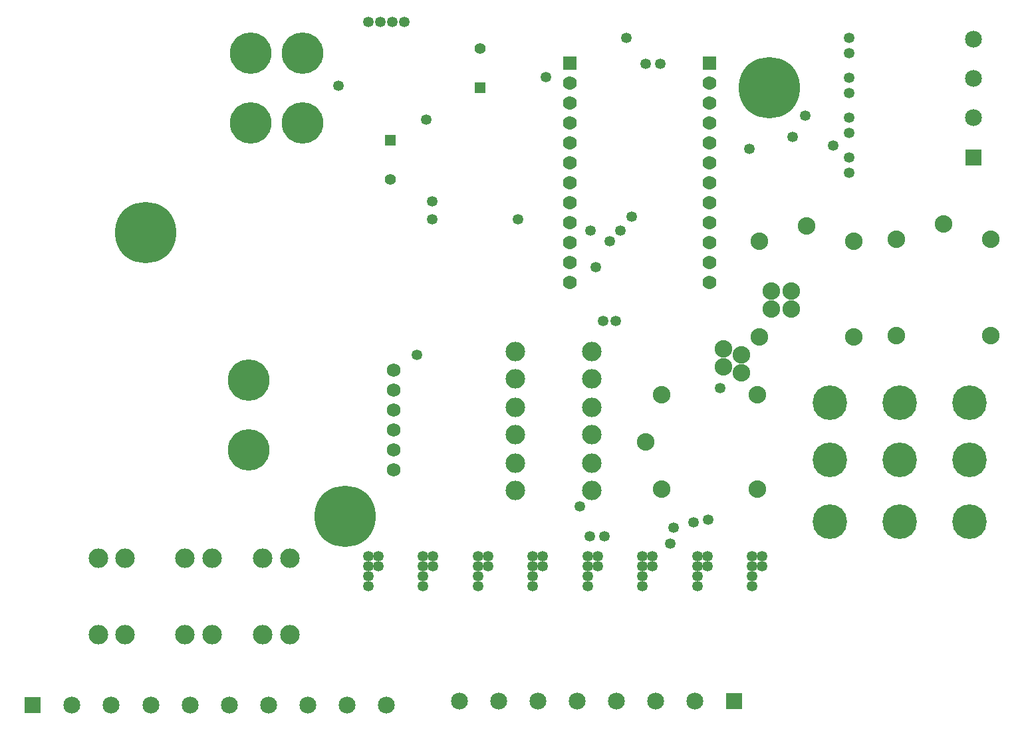
<source format=gbs>
G04*
G04 #@! TF.GenerationSoftware,Altium Limited,Altium Designer,21.6.4 (81)*
G04*
G04 Layer_Color=16711935*
%FSLAX25Y25*%
%MOIN*%
G70*
G04*
G04 #@! TF.SameCoordinates,954FB955-D8E7-4683-B3BB-D37EB7A61878*
G04*
G04*
G04 #@! TF.FilePolarity,Negative*
G04*
G01*
G75*
%ADD44C,0.09800*%
%ADD45C,0.08477*%
%ADD46R,0.08477X0.08477*%
%ADD47R,0.08477X0.08477*%
%ADD48C,0.17300*%
%ADD49C,0.05524*%
%ADD50R,0.05524X0.05524*%
%ADD51C,0.20800*%
%ADD52C,0.08800*%
%ADD53C,0.06800*%
%ADD54C,0.06942*%
%ADD55R,0.06942X0.06942*%
%ADD56C,0.05300*%
%ADD57C,0.30800*%
D44*
X291200Y197700D02*
D03*
Y184300D02*
D03*
X252800Y197700D02*
D03*
Y184300D02*
D03*
X291200Y169700D02*
D03*
Y156300D02*
D03*
X252800Y169700D02*
D03*
Y156300D02*
D03*
X126300Y94200D02*
D03*
X139700D02*
D03*
X126300Y55800D02*
D03*
X139700D02*
D03*
X87300Y94200D02*
D03*
X100700D02*
D03*
X87300Y55800D02*
D03*
X100700D02*
D03*
X43900Y94200D02*
D03*
X57300D02*
D03*
X43900Y55800D02*
D03*
X57300D02*
D03*
X291200Y141700D02*
D03*
Y128300D02*
D03*
X252800Y141700D02*
D03*
Y128300D02*
D03*
D45*
X482500Y354370D02*
D03*
Y334685D02*
D03*
Y315000D02*
D03*
X224675Y22500D02*
D03*
X244360D02*
D03*
X264045D02*
D03*
X283730D02*
D03*
X303415D02*
D03*
X323100D02*
D03*
X342785D02*
D03*
X30620Y20472D02*
D03*
X50305D02*
D03*
X69990D02*
D03*
X89675D02*
D03*
X109360D02*
D03*
X129045D02*
D03*
X148730D02*
D03*
X168415D02*
D03*
X188100D02*
D03*
D46*
X482500Y295315D02*
D03*
D47*
X362470Y22500D02*
D03*
X10935Y20472D02*
D03*
D48*
X480600Y172000D02*
D03*
Y143500D02*
D03*
Y112500D02*
D03*
X445600D02*
D03*
Y143500D02*
D03*
Y172000D02*
D03*
X410600D02*
D03*
Y143500D02*
D03*
Y112500D02*
D03*
D49*
X190000Y284157D02*
D03*
X235000Y349843D02*
D03*
D50*
X190000Y303842D02*
D03*
X235000Y330157D02*
D03*
D51*
X120000Y347500D02*
D03*
X146000D02*
D03*
X120000Y312500D02*
D03*
X146000D02*
D03*
X119250Y148500D02*
D03*
Y183500D02*
D03*
D52*
X467500Y261890D02*
D03*
X443878Y254016D02*
D03*
X374016Y128878D02*
D03*
X325984D02*
D03*
X318110Y152500D02*
D03*
X325984Y176122D02*
D03*
X374016D02*
D03*
X375256Y205000D02*
D03*
Y253031D02*
D03*
X398878Y260906D02*
D03*
X422500Y253031D02*
D03*
Y205000D02*
D03*
X443878Y205984D02*
D03*
X491122Y254016D02*
D03*
Y205984D02*
D03*
X366000Y196000D02*
D03*
Y187000D02*
D03*
X357000Y199000D02*
D03*
Y190000D02*
D03*
X381000Y219000D02*
D03*
Y228000D02*
D03*
X391000Y219000D02*
D03*
Y228000D02*
D03*
D53*
X191750Y138500D02*
D03*
Y148500D02*
D03*
Y158500D02*
D03*
Y188500D02*
D03*
Y178500D02*
D03*
Y168500D02*
D03*
D54*
X350000Y302500D02*
D03*
Y312500D02*
D03*
Y322500D02*
D03*
Y332500D02*
D03*
Y252500D02*
D03*
Y262500D02*
D03*
Y272500D02*
D03*
Y282500D02*
D03*
Y292500D02*
D03*
Y242500D02*
D03*
Y232500D02*
D03*
X280000Y302500D02*
D03*
Y312500D02*
D03*
Y322500D02*
D03*
Y332500D02*
D03*
Y252500D02*
D03*
Y262500D02*
D03*
Y272500D02*
D03*
Y282500D02*
D03*
Y292500D02*
D03*
Y242500D02*
D03*
Y232500D02*
D03*
D55*
X350000Y342500D02*
D03*
X280000D02*
D03*
D56*
X355500Y179500D02*
D03*
X303000Y213000D02*
D03*
X296755Y213245D02*
D03*
X285000Y120000D02*
D03*
X290000Y105000D02*
D03*
X297500D02*
D03*
X211000Y273000D02*
D03*
Y264000D02*
D03*
X254000D02*
D03*
X420000Y327500D02*
D03*
X370030Y299530D02*
D03*
X342000Y112000D02*
D03*
X349500Y113500D02*
D03*
X330500Y101500D02*
D03*
X332000Y109500D02*
D03*
X311000Y265500D02*
D03*
X412000Y301000D02*
D03*
X268000Y335500D02*
D03*
X308500Y355000D02*
D03*
X398000Y316000D02*
D03*
X318000Y342000D02*
D03*
X290500Y258500D02*
D03*
X305500D02*
D03*
X293000Y240000D02*
D03*
X300000Y253000D02*
D03*
X325500Y342000D02*
D03*
X203500Y196000D02*
D03*
X391929Y305429D02*
D03*
X420000Y287500D02*
D03*
Y295000D02*
D03*
Y307500D02*
D03*
Y315000D02*
D03*
Y335000D02*
D03*
Y347500D02*
D03*
Y355000D02*
D03*
X371500Y80000D02*
D03*
Y85000D02*
D03*
Y90000D02*
D03*
X376500D02*
D03*
X371500Y95000D02*
D03*
X376500D02*
D03*
X344000Y80000D02*
D03*
Y85000D02*
D03*
Y90000D02*
D03*
X349000D02*
D03*
X344000Y95000D02*
D03*
X349000D02*
D03*
X316500Y80000D02*
D03*
Y85000D02*
D03*
Y90000D02*
D03*
X321500D02*
D03*
X316500Y95000D02*
D03*
X321500D02*
D03*
X289000Y80000D02*
D03*
Y85000D02*
D03*
Y90000D02*
D03*
X294000D02*
D03*
X289000Y95000D02*
D03*
X294000D02*
D03*
X261500Y80000D02*
D03*
Y85000D02*
D03*
Y90000D02*
D03*
X266500D02*
D03*
X261500Y95000D02*
D03*
X266500D02*
D03*
X179000Y80000D02*
D03*
Y85000D02*
D03*
Y90000D02*
D03*
X184000D02*
D03*
X179000Y95000D02*
D03*
X184000D02*
D03*
X234000Y80000D02*
D03*
Y85000D02*
D03*
Y90000D02*
D03*
X239000D02*
D03*
X234000Y95000D02*
D03*
X239000D02*
D03*
X211500D02*
D03*
X206500D02*
D03*
X211500Y90000D02*
D03*
X206500D02*
D03*
Y85000D02*
D03*
Y80000D02*
D03*
X197000Y363000D02*
D03*
X191000D02*
D03*
X185000D02*
D03*
X179000D02*
D03*
X164000Y331000D02*
D03*
X208000Y314000D02*
D03*
D57*
X380000Y330000D02*
D03*
X167500Y115000D02*
D03*
X67500Y257500D02*
D03*
M02*

</source>
